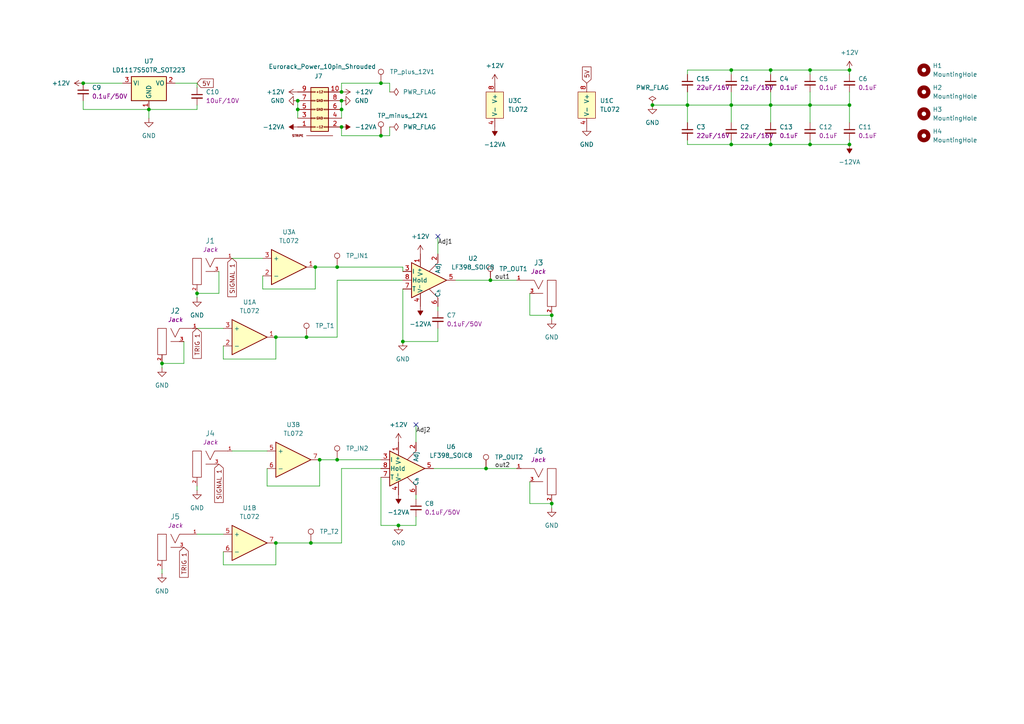
<source format=kicad_sch>
(kicad_sch (version 20231120) (generator "eeschema") (generator_version "8.0")
  (paper "A4")
  (lib_symbols
    (symbol "4ms_Capacitor:0.1uF_0805_50V" (pin_numbers hide) (pin_names (offset 0.254))
      (property "Reference" "C" (at 1.905 1.27 0))
      (property "Display" "0.1uF/50V" (at 1.905 -1.27 0))
      (symbol "0.1uF_0805_50V_1_1"
        (polyline (pts (xy -1.524 -0.508) (xy 1.524 -0.508)) (stroke (width 0.3302)))
        (polyline (pts (xy -1.524 0.508) (xy 1.524 0.508)) (stroke (width 0.3048)))
        (pin passive line (at 0 2.54 270) (length 2.032) (name "~") (number "1"))
        (pin passive line (at 0 -2.54 90) (length 2.032) (name "~") (number "2"))
      )
    )
    (symbol "4ms_Capacitor:100nF_0603_16V" (pin_numbers hide) (pin_names (offset 0.254) hide)
      (property "Reference" "C" (at 1.905 1.27 0))
      (property "Display" "0.1uF" (at 1.905 -1.27 0))
      (symbol "100nF_0603_16V_0_1"
        (polyline (pts (xy -1.524 -0.508) (xy 1.524 -0.508)) (stroke (width 0.3302)))
        (polyline (pts (xy -1.524 0.508) (xy 1.524 0.508)) (stroke (width 0.3048)))
      )
      (symbol "100nF_0603_16V_1_1"
        (pin passive line (at 0 2.54 270) (length 2.032) (name "~") (number "1"))
        (pin passive line (at 0 -2.54 90) (length 2.032) (name "~") (number "2"))
      )
    )
    (symbol "4ms_Capacitor:10uF_0603_10V" (pin_numbers hide) (pin_names (offset 0.254) hide)
      (property "Reference" "C" (at 1.905 1.27 0))
      (property "Display" "10uF/10V" (at 1.905 -1.27 0))
      (symbol "10uF_0603_10V_0_1"
        (polyline (pts (xy -1.524 -0.508) (xy 1.524 -0.508)) (stroke (width 0.3302)))
        (polyline (pts (xy -1.524 0.508) (xy 1.524 0.508)) (stroke (width 0.3048)))
      )
      (symbol "10uF_0603_10V_1_1"
        (pin passive line (at 0 2.54 270) (length 2.032) (name "~") (number "1"))
        (pin passive line (at 0 -2.54 90) (length 2.032) (name "~") (number "2"))
      )
    )
    (symbol "4ms_Capacitor:22uF_0603_16V" (pin_numbers hide) (pin_names (offset 0.254) hide)
      (property "Reference" "C" (at 1.905 1.27 0))
      (property "Display" "22uF/16V" (at 1.905 -1.27 0))
      (symbol "22uF_0603_16V_0_1"
        (polyline (pts (xy -1.524 -0.508) (xy 1.524 -0.508)) (stroke (width 0.3302)))
        (polyline (pts (xy -1.524 0.508) (xy 1.524 0.508)) (stroke (width 0.3048)))
      )
      (symbol "22uF_0603_16V_1_1"
        (pin passive line (at 0 2.54 270) (length 2.032) (name "~") (number "1"))
        (pin passive line (at 0 -2.54 90) (length 2.032) (name "~") (number "2"))
      )
    )
    (symbol "4ms_Connector:Eurorack_Power_10pin_Shrouded" (pin_names (offset 0.0254) hide)
      (property "Reference" "J" (at 0 7.62 0))
      (property "Value" "Eurorack_Power_10pin_Shrouded" (at 0 10.16 0))
      (symbol "Eurorack_Power_10pin_Shrouded_0_0"
        (text "+12" (at 0 5.08 0) (effects (font (size 0.635 0.635))))
        (text "-12" (at 0 -5.08 0) (effects (font (size 0.635 0.635))))
        (text "GND" (at 0 -2.54 0) (effects (font (size 0.635 0.635))))
        (text "GND" (at 0 0 0) (effects (font (size 0.635 0.635))))
        (text "GND" (at 0 2.54 0) (effects (font (size 0.635 0.635))))
        (text "STRIPE" (at -6.35 -7.62 0) (effects (font (size 0.635 0.635))))
      )
      (symbol "Eurorack_Power_10pin_Shrouded_0_1"
        (rectangle (start -2.54 -6.35) (end 2.54 6.35) (stroke (width 0.254)) (fill (type background)))
        (rectangle (start -2.54 -4.953) (end -1.27 -5.207))
        (rectangle (start -2.54 -2.413) (end -1.27 -2.667))
        (rectangle (start -2.54 0.127) (end -1.27 -0.127))
        (rectangle (start -2.54 2.667) (end -1.27 2.413))
        (rectangle (start -2.54 5.207) (end -1.27 4.953))
        (polyline (pts (xy -3.81 -7.62) (xy 3.81 -7.62) (xy 1.27 -7.62)))
        (rectangle (start 1.27 -4.953) (end 2.54 -5.207))
        (rectangle (start 1.27 -2.413) (end 2.54 -2.667))
        (rectangle (start 1.27 0.127) (end 2.54 -0.127))
        (rectangle (start 1.27 2.667) (end 2.54 2.413))
        (rectangle (start 1.27 5.207) (end 2.54 4.953))
      )
      (symbol "Eurorack_Power_10pin_Shrouded_1_1"
        (pin passive line (at -6.35 -5.08 0) (length 3.81) (name "-12V") (number "1"))
        (pin passive line (at 6.35 5.08 180) (length 3.81) (name "+12V") (number "10"))
        (pin passive line (at 6.35 -5.08 180) (length 3.81) (name "-12V") (number "2"))
        (pin passive line (at -6.35 -2.54 0) (length 3.81) (name "GND") (number "3"))
        (pin passive line (at 6.35 -2.54 180) (length 3.81) (name "GND") (number "4"))
        (pin passive line (at -6.35 0 0) (length 3.81) (name "GND") (number "5"))
        (pin passive line (at 6.35 0 180) (length 3.81) (name "GND") (number "6"))
        (pin passive line (at -6.35 2.54 0) (length 3.81) (name "GND") (number "7"))
        (pin passive line (at 6.35 2.54 180) (length 3.81) (name "GND") (number "8"))
        (pin passive line (at -6.35 5.08 0) (length 3.81) (name "+12V") (number "9"))
      )
    )
    (symbol "4ms_IC:TL072"
      (property "Reference" "U" (at 2.54 5.08 0))
      (property "Value" "TL072" (at 2.54 -3.81 0))
      (symbol "TL072_1_1"
        (polyline (pts (xy -5.08 5.08) (xy 5.08 0) (xy -5.08 -5.08) (xy -5.08 5.08)) (stroke (width 0.254)) (fill (type background)))
        (pin output line (at 7.62 0 180) (length 2.54) (name "~") (number "1"))
        (pin input line (at -7.62 -2.54 0) (length 2.54) (name "-") (number "2"))
        (pin input line (at -7.62 2.54 0) (length 2.54) (name "+") (number "3"))
      )
      (symbol "TL072_2_1"
        (polyline (pts (xy -5.08 5.08) (xy 5.08 0) (xy -5.08 -5.08) (xy -5.08 5.08)) (stroke (width 0.254)) (fill (type background)))
        (pin input line (at -7.62 2.54 0) (length 2.54) (name "+") (number "5"))
        (pin input line (at -7.62 -2.54 0) (length 2.54) (name "-") (number "6"))
        (pin output line (at 7.62 0 180) (length 2.54) (name "~") (number "7"))
      )
      (symbol "TL072_3_1"
        (rectangle (start -2.54 3.81) (end 2.54 -3.81) (fill (type background)))
        (pin power_in line (at 0 -6.35 90) (length 2.54) (name "V-") (number "4"))
        (pin power_in line (at 0 6.35 270) (length 2.54) (name "V+") (number "8"))
      )
    )
    (symbol "4ms_Jack:3.5mm_Mono_Switched_sm" (pin_names (offset 0) hide)
      (property "Reference" "J" (at -5.334 9.144 0))
      (property "Display" "Jack" (at -4.064 6.858 0))
      (symbol "3.5mm_Mono_Switched_sm_0_0"
        (rectangle (start -6.35 5.08) (end -3.81 -2.54))
        (polyline (pts (xy -2.54 1.27) (xy 0 1.27)))
        (polyline (pts (xy -2.54 5.08) (xy -1.27 2.54) (xy 0 5.08) (xy 3.81 5.08)))
      )
      (symbol "3.5mm_Mono_Switched_sm_1_1"
        (pin passive line (at 5.08 5.08 180) (length 1.27) (name "SIG") (number "1"))
        (pin passive line (at -5.08 -5.08 90) (length 2.54) (name "SHEILD") (number "2"))
        (pin passive line (at 1.27 1.27 180) (length 1.27) (name "SW") (number "3"))
      )
    )
    (symbol "4ms_Power-symbol:+12V" (power) (pin_names (offset 0))
      (property "Value" "+12V" (at 0 3.556 0))
      (symbol "+12V_0_1"
        (polyline (pts (xy -0.762 1.27) (xy 0 2.54)))
        (polyline (pts (xy 0 0) (xy 0 2.54)))
        (polyline (pts (xy 0 2.54) (xy 0.762 1.27)))
      )
      (symbol "+12V_1_1"
        (pin power_in line (at 0 0 90) (length 0) hide (name "+12V") (number "1"))
      )
    )
    (symbol "4ms_Power-symbol:-12VA" (power) (pin_names (offset 0))
      (property "Value" "-12VA" (at 0 3.556 0))
      (symbol "-12VA_0_0"
        (pin power_in line (at 0 0 90) (length 0) hide (name "-12VA") (number "1"))
      )
      (symbol "-12VA_0_1"
        (polyline (pts (xy 0 0) (xy 0 1.27) (xy 0.762 1.27) (xy 0 2.54) (xy -0.762 1.27) (xy 0 1.27)) (fill (type outline)))
      )
    )
    (symbol "Analog:LF398_SOIC8" (pin_names (offset 0.127))
      (property "Reference" "U" (at 5.08 3.81 0))
      (property "Value" "LF398_SOIC8" (at 5.08 -2.54 0))
      (symbol "LF398_SOIC8_0_1"
        (polyline (pts (xy 0 -2.54) (xy 2.54 -5.08)))
        (polyline (pts (xy 2.54 5.08) (xy 0 2.54)))
        (polyline (pts (xy -5.08 5.08) (xy 5.08 0) (xy -5.08 -5.08) (xy -5.08 5.08)) (stroke (width 0.254)) (fill (type background)))
      )
      (symbol "LF398_SOIC8_1_1"
        (pin passive line (at -2.54 7.62 270) (length 3.81) (name "V^{+}") (number "1"))
        (pin passive line (at 2.54 7.62 270) (length 2.54) (name "Adj") (number "2"))
        (pin input line (at -7.62 2.54 0) (length 2.54) (name "I") (number "3"))
        (pin passive line (at -2.54 -7.62 90) (length 3.81) (name "V^{-}") (number "4"))
        (pin output line (at 7.62 0 180) (length 2.54) (name "~") (number "5"))
        (pin passive line (at 2.54 -7.62 90) (length 2.54) (name "C_{h}") (number "6"))
        (pin passive line (at -7.62 -2.54 0) (length 2.54) (name "T") (number "7"))
        (pin input line (at -7.62 0 0) (length 2.54) (name "Hold") (number "8"))
      )
    )
    (symbol "Connector:TestPoint" (pin_numbers hide) (pin_names (offset 0.762) hide)
      (property "Reference" "TP" (at 0 6.858 0))
      (property "Value" "TestPoint" (at 0 5.08 0))
      (symbol "TestPoint_0_1"
        (circle (center 0 3.302) (radius 0.762))
      )
      (symbol "TestPoint_1_1"
        (pin passive line (at 0 0 90) (length 2.54) (name "1") (number "1"))
      )
    )
    (symbol "Mechanical:MountingHole" (pin_names (offset 1.016)) (exclude_from_sim yes) (in_bom no)
      (property "Reference" "H" (at 0 5.08 0))
      (property "Value" "MountingHole" (at 0 3.175 0))
      (symbol "MountingHole_0_1"
        (circle (center 0 0) (radius 1.27) (stroke (width 1.27)))
      )
    )
    (symbol "Regulator_Linear:LD1117S50TR_SOT223"
      (property "Reference" "U" (at -3.81 3.175 0))
      (property "Value" "LD1117S50TR_SOT223" (at 0 3.175 0))
      (symbol "LD1117S50TR_SOT223_0_1"
        (rectangle (start -5.08 -5.08) (end 5.08 1.905) (stroke (width 0.254)) (fill (type background)))
      )
      (symbol "LD1117S50TR_SOT223_1_1"
        (pin power_in line (at 0 -7.62 90) (length 2.54) (name "GND") (number "1"))
        (pin power_out line (at 7.62 0 180) (length 2.54) (name "VO") (number "2"))
        (pin power_in line (at -7.62 0 0) (length 2.54) (name "VI") (number "3"))
      )
    )
    (symbol "power:+12V" (power) (pin_numbers hide) (pin_names (offset 0) hide)
      (property "Value" "+12V" (at 0 3.556 0))
      (symbol "+12V_0_1"
        (polyline (pts (xy -0.762 1.27) (xy 0 2.54)))
        (polyline (pts (xy 0 0) (xy 0 2.54)))
        (polyline (pts (xy 0 2.54) (xy 0.762 1.27)))
      )
      (symbol "+12V_1_1"
        (pin power_in line (at 0 0 90) (length 0) (name "~") (number "1"))
      )
    )
    (symbol "power:GND" (power) (pin_numbers hide) (pin_names (offset 0) hide)
      (property "Value" "GND" (at 0 -3.81 0))
      (symbol "GND_0_1"
        (polyline (pts (xy 0 0) (xy 0 -1.27) (xy 1.27 -1.27) (xy 0 -2.54) (xy -1.27 -1.27) (xy 0 -1.27)))
      )
      (symbol "GND_1_1"
        (pin power_in line (at 0 0 270) (length 0) (name "~") (number "1"))
      )
    )
    (symbol "power:PWR_FLAG" (power) (pin_numbers hide) (pin_names (offset 0) hide)
      (property "Value" "PWR_FLAG" (at 0 3.81 0))
      (symbol "PWR_FLAG_0_0"
        (pin power_out line (at 0 0 90) (length 0) (name "~") (number "1"))
      )
      (symbol "PWR_FLAG_0_1"
        (polyline (pts (xy 0 0) (xy 0 1.27) (xy -1.016 1.905) (xy 0 2.54) (xy 1.016 1.905) (xy 0 1.27)))
      )
    )
  )
  (junction (at 110.49 39.37))
  (junction (at 86.36 29.21))
  (junction (at 91.44 77.47))
  (junction (at 92.71 133.35))
  (junction (at 142.24 81.28))
  (junction (at 99.06 29.21))
  (junction (at 80.01 157.48))
  (junction (at 86.36 31.75))
  (junction (at 116.84 99.06))
  (junction (at 110.49 24.13))
  (junction (at 90.17 157.48))
  (junction (at 80.01 97.79))
  (junction (at 97.79 77.47))
  (junction (at 160.02 91.44))
  (junction (at 46.99 105.41))
  (junction (at 88.9 97.79))
  (junction (at 99.06 26.67))
  (junction (at 99.06 36.83))
  (junction (at 223.52 20.32))
  (junction (at 115.57 152.4))
  (junction (at 246.38 30.48))
  (junction (at 160.02 146.05))
  (junction (at 57.15 85.09))
  (junction (at 99.06 31.75))
  (junction (at 212.09 30.48))
  (junction (at 24.13 24.13))
  (junction (at 140.97 135.89))
  (junction (at 212.09 41.91))
  (junction (at 234.95 41.91))
  (junction (at 212.09 20.32))
  (junction (at 234.95 30.48))
  (junction (at 223.52 30.48))
  (junction (at 246.38 20.32))
  (junction (at 234.95 20.32))
  (junction (at 43.18 31.75))
  (junction (at 189.23 30.48))
  (junction (at 246.38 41.91))
  (junction (at 97.79 133.35))
  (junction (at 223.52 41.91))
  (junction (at 199.39 30.48))
  (no_connect (at 120.65 123.19))
  (no_connect (at 127 68.58))
  (wire (pts (xy 127 95.25) (xy 127 99.06)))
  (wire (pts (xy 86.36 31.75) (xy 86.36 34.29)))
  (wire (pts (xy 223.52 20.32) (xy 234.95 20.32)))
  (wire (pts (xy 246.38 40.64) (xy 246.38 41.91)))
  (wire (pts (xy 99.06 24.13) (xy 110.49 24.13)))
  (wire (pts (xy 212.09 20.32) (xy 223.52 20.32)))
  (wire (pts (xy 212.09 30.48) (xy 223.52 30.48)))
  (wire (pts (xy 43.18 31.75) (xy 43.18 34.29)))
  (wire (pts (xy 50.8 24.13) (xy 57.15 24.13)))
  (wire (pts (xy 77.47 140.97) (xy 92.71 140.97)))
  (wire (pts (xy 212.09 41.91) (xy 223.52 41.91)))
  (wire (pts (xy 199.39 20.32) (xy 199.39 21.59)))
  (wire (pts (xy 223.52 26.67) (xy 223.52 30.48)))
  (wire (pts (xy 199.39 30.48) (xy 199.39 35.56)))
  (wire (pts (xy 64.77 163.83) (xy 80.01 163.83)))
  (wire (pts (xy 153.67 91.44) (xy 153.67 85.09)))
  (wire (pts (xy 46.99 105.41) (xy 53.34 105.41)))
  (wire (pts (xy 127 88.9) (xy 127 90.17)))
  (wire (pts (xy 153.67 146.05) (xy 153.67 139.7)))
  (wire (pts (xy 57.15 142.24) (xy 57.15 140.97)))
  (wire (pts (xy 77.47 135.89) (xy 77.47 140.97)))
  (wire (pts (xy 223.52 40.64) (xy 223.52 41.91)))
  (wire (pts (xy 97.79 81.28) (xy 116.84 81.28)))
  (wire (pts (xy 80.01 157.48) (xy 90.17 157.48)))
  (wire (pts (xy 110.49 152.4) (xy 115.57 152.4)))
  (wire (pts (xy 92.71 133.35) (xy 97.79 133.35)))
  (wire (pts (xy 110.49 138.43) (xy 110.49 152.4)))
  (wire (pts (xy 57.15 86.36) (xy 57.15 85.09)))
  (wire (pts (xy 97.79 97.79) (xy 97.79 81.28)))
  (wire (pts (xy 223.52 30.48) (xy 234.95 30.48)))
  (wire (pts (xy 115.57 152.4) (xy 120.65 152.4)))
  (wire (pts (xy 246.38 26.67) (xy 246.38 30.48)))
  (wire (pts (xy 57.15 24.13) (xy 57.15 25.4)))
  (wire (pts (xy 91.44 77.47) (xy 97.79 77.47)))
  (wire (pts (xy 63.5 85.09) (xy 63.5 78.74)))
  (wire (pts (xy 57.15 95.25) (xy 64.77 95.25)))
  (wire (pts (xy 160.02 92.71) (xy 160.02 91.44)))
  (wire (pts (xy 113.03 26.67) (xy 113.03 24.13)))
  (wire (pts (xy 90.17 157.48) (xy 99.06 157.48)))
  (wire (pts (xy 99.06 135.89) (xy 110.49 135.89)))
  (wire (pts (xy 223.52 41.91) (xy 234.95 41.91)))
  (wire (pts (xy 24.13 29.21) (xy 24.13 31.75)))
  (wire (pts (xy 92.71 140.97) (xy 92.71 133.35)))
  (wire (pts (xy 234.95 30.48) (xy 234.95 35.56)))
  (wire (pts (xy 88.9 97.79) (xy 97.79 97.79)))
  (wire (pts (xy 234.95 30.48) (xy 246.38 30.48)))
  (wire (pts (xy 234.95 20.32) (xy 246.38 20.32)))
  (wire (pts (xy 57.15 31.75) (xy 57.15 30.48)))
  (wire (pts (xy 113.03 24.13) (xy 110.49 24.13)))
  (wire (pts (xy 99.06 36.83) (xy 99.06 39.37)))
  (wire (pts (xy 223.52 20.32) (xy 223.52 21.59)))
  (wire (pts (xy 234.95 26.67) (xy 234.95 30.48)))
  (wire (pts (xy 212.09 30.48) (xy 212.09 35.56)))
  (wire (pts (xy 199.39 40.64) (xy 199.39 41.91)))
  (wire (pts (xy 46.99 166.37) (xy 46.99 165.1)))
  (wire (pts (xy 97.79 133.35) (xy 110.49 133.35)))
  (wire (pts (xy 57.15 154.94) (xy 64.77 154.94)))
  (wire (pts (xy 64.77 104.14) (xy 80.01 104.14)))
  (wire (pts (xy 160.02 91.44) (xy 153.67 91.44)))
  (wire (pts (xy 199.39 30.48) (xy 212.09 30.48)))
  (wire (pts (xy 64.77 100.33) (xy 64.77 104.14)))
  (wire (pts (xy 160.02 147.32) (xy 160.02 146.05)))
  (wire (pts (xy 53.34 105.41) (xy 53.34 99.06)))
  (wire (pts (xy 99.06 24.13) (xy 99.06 26.67)))
  (wire (pts (xy 132.08 81.28) (xy 142.24 81.28)))
  (wire (pts (xy 97.79 77.47) (xy 116.84 77.47)))
  (wire (pts (xy 80.01 163.83) (xy 80.01 157.48)))
  (wire (pts (xy 99.06 31.75) (xy 99.06 34.29)))
  (wire (pts (xy 110.49 39.37) (xy 113.03 39.37)))
  (wire (pts (xy 212.09 26.67) (xy 212.09 30.48)))
  (wire (pts (xy 76.2 80.01) (xy 76.2 83.82)))
  (wire (pts (xy 125.73 135.89) (xy 140.97 135.89)))
  (wire (pts (xy 120.65 123.19) (xy 120.65 128.27)))
  (wire (pts (xy 120.65 144.78) (xy 120.65 143.51)))
  (wire (pts (xy 127 68.58) (xy 127 73.66)))
  (wire (pts (xy 140.97 135.89) (xy 149.86 135.89)))
  (wire (pts (xy 246.38 20.32) (xy 246.38 21.59)))
  (wire (pts (xy 234.95 20.32) (xy 234.95 21.59)))
  (wire (pts (xy 199.39 41.91) (xy 212.09 41.91)))
  (wire (pts (xy 234.95 41.91) (xy 246.38 41.91)))
  (wire (pts (xy 80.01 97.79) (xy 88.9 97.79)))
  (wire (pts (xy 160.02 146.05) (xy 153.67 146.05)))
  (wire (pts (xy 99.06 39.37) (xy 110.49 39.37)))
  (wire (pts (xy 24.13 31.75) (xy 43.18 31.75)))
  (wire (pts (xy 86.36 29.21) (xy 86.36 31.75)))
  (wire (pts (xy 199.39 26.67) (xy 199.39 30.48)))
  (wire (pts (xy 199.39 20.32) (xy 212.09 20.32)))
  (wire (pts (xy 67.31 130.81) (xy 77.47 130.81)))
  (wire (pts (xy 223.52 30.48) (xy 223.52 35.56)))
  (wire (pts (xy 113.03 39.37) (xy 113.03 36.83)))
  (wire (pts (xy 116.84 77.47) (xy 116.84 78.74)))
  (wire (pts (xy 80.01 104.14) (xy 80.01 97.79)))
  (wire (pts (xy 43.18 31.75) (xy 57.15 31.75)))
  (wire (pts (xy 127 99.06) (xy 116.84 99.06)))
  (wire (pts (xy 91.44 77.47) (xy 91.44 83.82)))
  (wire (pts (xy 76.2 83.82) (xy 91.44 83.82)))
  (wire (pts (xy 99.06 135.89) (xy 99.06 157.48)))
  (wire (pts (xy 212.09 20.32) (xy 212.09 21.59)))
  (wire (pts (xy 57.15 85.09) (xy 63.5 85.09)))
  (wire (pts (xy 234.95 40.64) (xy 234.95 41.91)))
  (wire (pts (xy 46.99 106.68) (xy 46.99 105.41)))
  (wire (pts (xy 212.09 40.64) (xy 212.09 41.91)))
  (wire (pts (xy 64.77 160.02) (xy 64.77 163.83)))
  (wire (pts (xy 99.06 29.21) (xy 99.06 31.75)))
  (wire (pts (xy 116.84 83.82) (xy 116.84 99.06)))
  (wire (pts (xy 246.38 30.48) (xy 246.38 35.56)))
  (wire (pts (xy 67.31 74.93) (xy 76.2 74.93)))
  (wire (pts (xy 142.24 81.28) (xy 149.86 81.28)))
  (wire (pts (xy 24.13 24.13) (xy 35.56 24.13)))
  (wire (pts (xy 189.23 30.48) (xy 199.39 30.48)))
  (wire (pts (xy 120.65 152.4) (xy 120.65 149.86)))
  (label "out1" (at 143.51 81.28 0))
  (label "out2" (at 143.51 135.89 0))
  (label "Adj1" (at 127 71.12 0))
  (label "Adj2" (at 120.65 125.73 0))
  (global_label "5V" (shape input) (at 170.18 24.13 90) (property "Intersheetrefs" "${INTERSHEET_REFS}" (effects (hide yes))))
  (global_label "SIGNAL 1" (shape input) (at 67.31 74.93 270) (property "Intersheetrefs" "${INTERSHEET_REFS}" (effects (hide yes))))
  (global_label "TRIG 1" (shape input) (at 57.15 95.25 270) (property "Intersheetrefs" "${INTERSHEET_REFS}" (effects (hide yes))))
  (global_label "5V" (shape input) (at 57.15 24.13 0) (property "Intersheetrefs" "${INTERSHEET_REFS}" (effects (hide yes))))
  (global_label "SIGNAL 1" (shape input) (at 63.5 134.62 270) (property "Intersheetrefs" "${INTERSHEET_REFS}" (effects (hide yes))))
  (global_label "TRIG 1" (shape input) (at 53.34 158.75 270) (property "Intersheetrefs" "${INTERSHEET_REFS}" (effects (hide yes))))
  (symbol (lib_id "power:GND") (at 57.15 142.24 0) (unit 1)
    (property "Reference" "#PWR044" (effects (hide yes)))
    (property "Value" "GND" (at 57.15 147.32 0))
    (property "Description" "Power symbol creates a global label with name \"GND\" , ground" (effects (hide yes)))
  )
  (symbol (lib_id "power:GND") (at 116.84 99.06 0) (unit 1)
    (property "Reference" "#PWR045" (effects (hide yes)))
    (property "Value" "GND" (at 116.84 104.14 0))
    (property "Description" "Power symbol creates a global label with name \"GND\" , ground" (effects (hide yes)))
  )
  (symbol (lib_id "4ms_Power-symbol:-12VA") (at 246.38 41.91 180) (unit 1)
    (property "Reference" "#PWR03" (effects (hide yes)))
    (property "Value" "-12VA" (at 246.38 46.99 0))
  )
  (symbol (lib_id "4ms_IC:TL072") (at 72.39 97.79 0) (unit 1)
    (property "Reference" "U1" (at 72.39 87.63 0))
    (property "Value" "TL072" (at 72.39 90.17 0))
    (property "Footprint" "4ms_Package_SSOP:TSSOP-8_4.4x3mm_Pitch0.65mm" (effects (hide yes)))
    (property "Description" "TL072 Dual Opamp TSSOP-8" (effects (hide yes)))
    (property "Specifications" "TL072 Dual Opamp" (effects (hide yes)))
    (property "JLCPCB ID" "C90748" (effects (hide yes)))
    (property "Production Stage" "A" (effects (hide yes)))
  )
  (symbol (lib_id "4ms_Capacitor:22uF_0603_16V") (at 199.39 24.13 0) (unit 1)
    (property "Reference" "C15" (at 201.93 22.8662 0) (effects (justify left)))
    (property "Value" "22uF_0603_16V" (effects (hide yes)))
    (property "Footprint" "4ms_Capacitor:C_0805" (effects (hide yes)))
    (property "Description" "22uF, 16V,10%,X5R or X7R,0603" (effects (hide yes)))
    (property "Specifications" "22uF, 16V,10%,X5R or X7R,0603" (effects (hide yes)))
    (property "Manufacturer" "Murata" (effects (hide yes)))
    (property "Part Number" "GRM219R61C226ME15K" (effects (hide yes)))
    (property "Display" "22uF/16V" (at 201.93 25.4062 0) (effects (justify left)))
    (property "Production Stage" "A" (effects (hide yes)))
  )
  (symbol (lib_id "Mechanical:MountingHole") (at 267.97 20.32 0) (unit 1) (exclude_from_sim yes) (in_bom no)
    (property "Reference" "H1" (at 270.51 19.0499 0) (effects (justify left)))
    (property "Value" "MountingHole" (at 270.51 21.5899 0) (effects (justify left)))
    (property "Footprint" "4ms_Faceplate:Faceplate_Rail_Mount_Slot_Plated" (effects (hide yes)))
    (property "Description" "Mounting Hole without connection" (effects (hide yes)))
  )
  (symbol (lib_id "4ms_Power-symbol:+12V") (at 99.06 26.67 270) (unit 1)
    (property "Reference" "#PWR031" (effects (hide yes)))
    (property "Value" "+12V" (at 102.87 26.6699 90) (effects (justify left)))
  )
  (symbol (lib_id "4ms_IC:TL072") (at 170.18 30.48 0) (unit 3)
    (property "Reference" "U1" (at 173.99 29.2099 0) (effects (justify left)))
    (property "Value" "TL072" (at 173.99 31.7499 0) (effects (justify left)))
    (property "Footprint" "4ms_Package_SSOP:TSSOP-8_4.4x3mm_Pitch0.65mm" (effects (hide yes)))
    (property "Description" "TL072 Dual Opamp TSSOP-8" (effects (hide yes)))
    (property "Specifications" "TL072 Dual Opamp" (effects (hide yes)))
    (property "JLCPCB ID" "C90748" (effects (hide yes)))
    (property "Production Stage" "A" (effects (hide yes)))
  )
  (symbol (lib_id "4ms_Capacitor:100nF_0603_16V") (at 234.95 38.1 0) (unit 1)
    (property "Reference" "C12" (at 237.49 36.8362 0) (effects (justify left)))
    (property "Value" "100nF_0603_16V" (effects (hide yes)))
    (property "Footprint" "4ms_Capacitor:C_0603" (effects (hide yes)))
    (property "Description" "0.1uF, Min. 16V 10%, X7R or X5R or similar" (effects (hide yes)))
    (property "Specifications" "0.1uF, Min. 16V 10%, X7R or X5R or similar" (effects (hide yes)))
    (property "Manufacturer" "AVX Corporation" (effects (hide yes)))
    (property "Part Number" "0603YC104KAT2A" (effects (hide yes)))
    (property "Display" "0.1uF" (at 237.49 39.3762 0) (effects (justify left)))
    (property "JLCPCB ID" "C14663" (effects (hide yes)))
    (property "Production Stage" "A" (effects (hide yes)))
  )
  (symbol (lib_id "4ms_Jack:3.5mm_Mono_Switched_sm") (at 154.94 86.36 0) (mirror y) (unit 1)
    (property "Reference" "J3" (at 156.21 76.2 0) (effects (font (size 1.524 1.524))))
    (property "Value" "3.5mm_Mono_Switched_sm" (effects (hide yes)))
    (property "Footprint" "4ms_Jack:EighthInch_PJ398SM" (effects (hide yes)))
    (property "Description" "Audio 3.5mm Jack, mono, switched, PC-pin Vertical" (effects (hide yes)))
    (property "Specifications" "Audio 3.5mm Jack, mono, switched, PC-pin Vertical" (effects (hide yes)))
    (property "Manufacturer" "Wenzhou QingPu Electronics Co" (effects (hide yes)))
    (property "Part Number" "WQP-WQP518MA" (effects (hide yes)))
    (property "Production Stage" "C" (effects (hide yes)))
    (property "Display" "Jack" (at 156.21 78.74 0) (effects (font (italic yes))))
  )
  (symbol (lib_id "power:GND") (at 46.99 106.68 0) (unit 1)
    (property "Reference" "#PWR046" (effects (hide yes)))
    (property "Value" "GND" (at 46.99 111.76 0))
    (property "Description" "Power symbol creates a global label with name \"GND\" , ground" (effects (hide yes)))
  )
  (symbol (lib_id "power:GND") (at 189.23 30.48 0) (unit 1)
    (property "Reference" "#PWR01" (effects (hide yes)))
    (property "Value" "GND" (at 189.23 35.56 0))
    (property "Description" "Power symbol creates a global label with name \"GND\" , ground" (effects (hide yes)))
  )
  (symbol (lib_id "power:+12V") (at 246.38 20.32 0) (unit 1)
    (property "Reference" "#PWR02" (effects (hide yes)))
    (property "Value" "+12V" (at 246.38 15.24 0))
    (property "Description" "Power symbol creates a global label with name \"+12V\"" (effects (hide yes)))
  )
  (symbol (lib_id "4ms_Jack:3.5mm_Mono_Switched_sm") (at 52.07 100.33 0) (unit 1)
    (property "Reference" "J2" (at 50.8 90.17 0) (effects (font (size 1.524 1.524))))
    (property "Value" "3.5mm_Mono_Switched_sm" (effects (hide yes)))
    (property "Footprint" "4ms_Jack:EighthInch_PJ398SM" (effects (hide yes)))
    (property "Description" "Audio 3.5mm Jack, mono, switched, PC-pin Vertical" (effects (hide yes)))
    (property "Specifications" "Audio 3.5mm Jack, mono, switched, PC-pin Vertical" (effects (hide yes)))
    (property "Manufacturer" "Wenzhou QingPu Electronics Co" (effects (hide yes)))
    (property "Part Number" "WQP-WQP518MA" (effects (hide yes)))
    (property "Production Stage" "C" (effects (hide yes)))
    (property "Display" "Jack" (at 50.8 92.71 0) (effects (font (italic yes))))
  )
  (symbol (lib_id "4ms_Power-symbol:-12VA") (at 99.06 36.83 270) (unit 1)
    (property "Reference" "#PWR036" (effects (hide yes)))
    (property "Value" "-12VA" (at 102.87 36.8299 90) (effects (justify left)))
  )
  (symbol (lib_id "power:GND") (at 160.02 92.71 0) (mirror y) (unit 1)
    (property "Reference" "#PWR042" (effects (hide yes)))
    (property "Value" "GND" (at 160.02 97.79 0))
    (property "Description" "Power symbol creates a global label with name \"GND\" , ground" (effects (hide yes)))
  )
  (symbol (lib_id "power:GND") (at 99.06 29.21 90) (unit 1)
    (property "Reference" "#PWR032" (effects (hide yes)))
    (property "Value" "GND" (at 102.87 29.2099 90) (effects (justify right)))
    (property "Description" "Power symbol creates a global label with name \"GND\" , ground" (effects (hide yes)))
  )
  (symbol (lib_id "Connector:TestPoint") (at 110.49 24.13 0) (unit 1)
    (property "Reference" "TP_plus_12V1" (at 113.03 20.8279 0) (effects (justify left)))
    (property "Value" "TestPoint" (effects (hide yes)))
    (property "Footprint" "TestPoint:TestPoint_Keystone_5005-5009_Compact" (effects (hide yes)))
    (property "Description" "test point" (effects (hide yes)))
  )
  (symbol (lib_id "4ms_Capacitor:22uF_0603_16V") (at 212.09 24.13 0) (unit 1)
    (property "Reference" "C1" (at 214.63 22.8662 0) (effects (justify left)))
    (property "Value" "22uF_0603_16V" (effects (hide yes)))
    (property "Footprint" "4ms_Capacitor:C_0805" (effects (hide yes)))
    (property "Description" "22uF, 16V,10%,X5R or X7R,0603" (effects (hide yes)))
    (property "Specifications" "22uF, 16V,10%,X5R or X7R,0603" (effects (hide yes)))
    (property "Manufacturer" "Murata" (effects (hide yes)))
    (property "Part Number" "GRM219R61C226ME15K" (effects (hide yes)))
    (property "Display" "22uF/16V" (at 214.63 25.4062 0) (effects (justify left)))
    (property "Production Stage" "A" (effects (hide yes)))
  )
  (symbol (lib_id "Connector:TestPoint") (at 97.79 133.35 0) (unit 1)
    (property "Reference" "TP_IN2" (at 100.33 130.0479 0) (effects (justify left)))
    (property "Value" "TestPoint" (effects (hide yes)))
    (property "Footprint" "TestPoint:TestPoint_Keystone_5005-5009_Compact" (effects (hide yes)))
    (property "Description" "test point" (effects (hide yes)))
  )
  (symbol (lib_id "4ms_Jack:3.5mm_Mono_Switched_sm") (at 62.23 80.01 0) (unit 1)
    (property "Reference" "J1" (at 60.96 69.85 0) (effects (font (size 1.524 1.524))))
    (property "Value" "3.5mm_Mono_Switched_sm" (effects (hide yes)))
    (property "Footprint" "4ms_Jack:EighthInch_PJ398SM" (effects (hide yes)))
    (property "Description" "Audio 3.5mm Jack, mono, switched, PC-pin Vertical" (effects (hide yes)))
    (property "Specifications" "Audio 3.5mm Jack, mono, switched, PC-pin Vertical" (effects (hide yes)))
    (property "Manufacturer" "Wenzhou QingPu Electronics Co" (effects (hide yes)))
    (property "Part Number" "WQP-WQP518MA" (effects (hide yes)))
    (property "Production Stage" "C" (effects (hide yes)))
    (property "Display" "Jack" (at 60.96 72.39 0) (effects (font (italic yes))))
  )
  (symbol (lib_id "Mechanical:MountingHole") (at 267.97 26.67 0) (unit 1) (exclude_from_sim yes) (in_bom no)
    (property "Reference" "H2" (at 270.51 25.3999 0) (effects (justify left)))
    (property "Value" "MountingHole" (at 270.51 27.9399 0) (effects (justify left)))
    (property "Footprint" "4ms_Faceplate:Faceplate_Rail_Mount_Slot_Plated" (effects (hide yes)))
    (property "Description" "Mounting Hole without connection" (effects (hide yes)))
  )
  (symbol (lib_id "4ms_Jack:3.5mm_Mono_Switched_sm") (at 154.94 140.97 0) (mirror y) (unit 1)
    (property "Reference" "J6" (at 156.21 130.81 0) (effects (font (size 1.524 1.524))))
    (property "Value" "3.5mm_Mono_Switched_sm" (effects (hide yes)))
    (property "Footprint" "4ms_Jack:EighthInch_PJ398SM" (effects (hide yes)))
    (property "Description" "Audio 3.5mm Jack, mono, switched, PC-pin Vertical" (effects (hide yes)))
    (property "Specifications" "Audio 3.5mm Jack, mono, switched, PC-pin Vertical" (effects (hide yes)))
    (property "Manufacturer" "Wenzhou QingPu Electronics Co" (effects (hide yes)))
    (property "Part Number" "WQP-WQP518MA" (effects (hide yes)))
    (property "Production Stage" "C" (effects (hide yes)))
    (property "Display" "Jack" (at 156.21 133.35 0) (effects (font (italic yes))))
  )
  (symbol (lib_id "power:PWR_FLAG") (at 113.03 36.83 270) (unit 1)
    (property "Reference" "#FLG04" (effects (hide yes)))
    (property "Value" "PWR_FLAG" (at 116.84 36.8299 90) (effects (justify left)))
    (property "Description" "Special symbol for telling ERC where power comes from" (effects (hide yes)))
  )
  (symbol (lib_id "4ms_Power-symbol:+12V") (at 24.13 24.13 90) (unit 1)
    (property "Reference" "#PWR052" (effects (hide yes)))
    (property "Value" "+12V" (at 20.32 24.1299 90) (effects (justify left)))
  )
  (symbol (lib_id "Analog:LF398_SOIC8") (at 124.46 81.28 0) (unit 1)
    (property "Reference" "U2" (at 137.16 74.9614 0))
    (property "Value" "LF398_SOIC8" (at 137.16 77.5014 0))
    (property "Footprint" "Package_SO:SOIC-8_3.9x4.9mm_P1.27mm" (effects (hide yes)))
    (property "Datasheet" "https://www.analog.com/media/en/technical-documentation/data-sheets/lt0398s8.pdf" (effects (hide yes)))
    (property "Description" "Sample And Hold Unity Gain Follower, SOIC-8" (effects (hide yes)))
  )
  (symbol (lib_id "4ms_Capacitor:22uF_0603_16V") (at 199.39 38.1 0) (unit 1)
    (property "Reference" "C3" (at 201.93 36.8362 0) (effects (justify left)))
    (property "Value" "22uF_0603_16V" (effects (hide yes)))
    (property "Footprint" "4ms_Capacitor:C_0805" (effects (hide yes)))
    (property "Description" "22uF, 16V,10%,X5R or X7R,0603" (effects (hide yes)))
    (property "Specifications" "22uF, 16V,10%,X5R or X7R,0603" (effects (hide yes)))
    (property "Manufacturer" "Murata" (effects (hide yes)))
    (property "Part Number" "GRM219R61C226ME15K" (effects (hide yes)))
    (property "Display" "22uF/16V" (at 201.93 39.3762 0) (effects (justify left)))
    (property "Production Stage" "A" (effects (hide yes)))
  )
  (symbol (lib_id "Connector:TestPoint") (at 88.9 97.79 0) (unit 1)
    (property "Reference" "TP_T1" (at 91.44 94.4879 0) (effects (justify left)))
    (property "Value" "TestPoint" (effects (hide yes)))
    (property "Footprint" "TestPoint:TestPoint_Keystone_5005-5009_Compact" (effects (hide yes)))
    (property "Description" "test point" (effects (hide yes)))
  )
  (symbol (lib_id "4ms_Capacitor:100nF_0603_16V") (at 246.38 38.1 0) (unit 1)
    (property "Reference" "C11" (at 248.92 36.8362 0) (effects (justify left)))
    (property "Value" "100nF_0603_16V" (effects (hide yes)))
    (property "Footprint" "4ms_Capacitor:C_0603" (effects (hide yes)))
    (property "Description" "0.1uF, Min. 16V 10%, X7R or X5R or similar" (effects (hide yes)))
    (property "Specifications" "0.1uF, Min. 16V 10%, X7R or X5R or similar" (effects (hide yes)))
    (property "Manufacturer" "AVX Corporation" (effects (hide yes)))
    (property "Part Number" "0603YC104KAT2A" (effects (hide yes)))
    (property "Display" "0.1uF" (at 248.92 39.3762 0) (effects (justify left)))
    (property "JLCPCB ID" "C14663" (effects (hide yes)))
    (property "Production Stage" "A" (effects (hide yes)))
  )
  (symbol (lib_id "4ms_Power-symbol:+12V") (at 86.36 26.67 90) (unit 1)
    (property "Reference" "#PWR025" (effects (hide yes)))
    (property "Value" "+12V" (at 82.55 26.6699 90) (effects (justify left)))
  )
  (symbol (lib_id "power:PWR_FLAG") (at 189.23 30.48 0) (unit 1)
    (property "Reference" "#FLG02" (effects (hide yes)))
    (property "Value" "PWR_FLAG" (at 189.23 25.4 0))
    (property "Description" "Special symbol for telling ERC where power comes from" (effects (hide yes)))
  )
  (symbol (lib_id "4ms_Power-symbol:-12VA") (at 143.51 36.83 180) (unit 1)
    (property "Reference" "#PWR049" (effects (hide yes)))
    (property "Value" "-12VA" (at 143.51 41.91 0))
  )
  (symbol (lib_id "4ms_IC:TL072") (at 143.51 30.48 0) (unit 3)
    (property "Reference" "U3" (at 147.32 29.2099 0) (effects (justify left)))
    (property "Value" "TL072" (at 147.32 31.7499 0) (effects (justify left)))
    (property "Footprint" "4ms_Package_SSOP:TSSOP-8_4.4x3mm_Pitch0.65mm" (effects (hide yes)))
    (property "Description" "TL072 Dual Opamp TSSOP-8" (effects (hide yes)))
    (property "Specifications" "TL072 Dual Opamp" (effects (hide yes)))
    (property "JLCPCB ID" "C90748" (effects (hide yes)))
    (property "Production Stage" "A" (effects (hide yes)))
  )
  (symbol (lib_id "4ms_Capacitor:10uF_0603_10V") (at 57.15 27.94 0) (unit 1)
    (property "Reference" "C10" (at 59.69 26.6762 0) (effects (justify left)))
    (property "Value" "10uF_0603_10V" (effects (hide yes)))
    (property "Footprint" "4ms_Capacitor:C_0603" (effects (hide yes)))
    (property "Description" "10uF, Min. 10V X5R 10%" (effects (hide yes)))
    (property "Specifications" "10uF, Min. 10V X5R 10%" (effects (hide yes)))
    (property "Manufacturer" "Murata" (effects (hide yes)))
    (property "Part Number" "GRM188R61A106KE69D" (effects (hide yes)))
    (property "Display" "10uF/10V" (at 59.69 29.2162 0) (effects (justify left)))
    (property "JLCPCB ID" "C19702" (effects (hide yes)))
    (property "Production Stage" "A" (effects (hide yes)))
  )
  (symbol (lib_id "power:GND") (at 46.99 166.37 0) (unit 1)
    (property "Reference" "#PWR048" (effects (hide yes)))
    (property "Value" "GND" (at 46.99 171.45 0))
    (property "Description" "Power symbol creates a global label with name \"GND\" , ground" (effects (hide yes)))
  )
  (symbol (lib_id "4ms_Capacitor:0.1uF_0805_50V") (at 127 92.71 0) (unit 1)
    (property "Reference" "C7" (at 129.54 91.4462 0) (effects (justify left)))
    (property "Value" "0.1uF_0805_50V" (effects (hide yes)))
    (property "Footprint" "4ms_Capacitor:C_0805" (effects (hide yes)))
    (property "Description" "0.1uF, 50V, 0805, MLCC, X5R or similar" (effects (hide yes)))
    (property "Specifications" "0.1uF, 50V, 0805, MLCC, X5R or similar" (effects (hide yes)))
    (property "Manufacturer" "Murata" (effects (hide yes)))
    (property "Part Number" "GCJ21BL81H104KA01L" (effects (hide yes)))
    (property "Display" "0.1uF/50V" (at 129.54 93.9862 0) (effects (justify left)))
    (property "Production Stage" "A" (effects (hide yes)))
  )
  (symbol (lib_id "4ms_Capacitor:100nF_0603_16V") (at 246.38 24.13 0) (unit 1)
    (property "Reference" "C6" (at 248.92 22.8662 0) (effects (justify left)))
    (property "Value" "100nF_0603_16V" (effects (hide yes)))
    (property "Footprint" "4ms_Capacitor:C_0603" (effects (hide yes)))
    (property "Description" "0.1uF, Min. 16V 10%, X7R or X5R or similar" (effects (hide yes)))
    (property "Specifications" "0.1uF, Min. 16V 10%, X7R or X5R or similar" (effects (hide yes)))
    (property "Manufacturer" "AVX Corporation" (effects (hide yes)))
    (property "Part Number" "0603YC104KAT2A" (effects (hide yes)))
    (property "Display" "0.1uF" (at 248.92 25.4062 0) (effects (justify left)))
    (property "JLCPCB ID" "C14663" (effects (hide yes)))
    (property "Production Stage" "A" (effects (hide yes)))
  )
  (symbol (lib_id "4ms_IC:TL072") (at 72.39 157.48 0) (unit 2)
    (property "Reference" "U1" (at 72.39 147.32 0))
    (property "Value" "TL072" (at 72.39 149.86 0))
    (property "Footprint" "4ms_Package_SSOP:TSSOP-8_4.4x3mm_Pitch0.65mm" (effects (hide yes)))
    (property "Description" "TL072 Dual Opamp TSSOP-8" (effects (hide yes)))
    (property "Specifications" "TL072 Dual Opamp" (effects (hide yes)))
    (property "JLCPCB ID" "C90748" (effects (hide yes)))
    (property "Production Stage" "A" (effects (hide yes)))
  )
  (symbol (lib_id "4ms_Capacitor:100nF_0603_16V") (at 234.95 24.13 0) (unit 1)
    (property "Reference" "C5" (at 237.49 22.8662 0) (effects (justify left)))
    (property "Value" "100nF_0603_16V" (effects (hide yes)))
    (property "Footprint" "4ms_Capacitor:C_0603" (effects (hide yes)))
    (property "Description" "0.1uF, Min. 16V 10%, X7R or X5R or similar" (effects (hide yes)))
    (property "Specifications" "0.1uF, Min. 16V 10%, X7R or X5R or similar" (effects (hide yes)))
    (property "Manufacturer" "AVX Corporation" (effects (hide yes)))
    (property "Part Number" "0603YC104KAT2A" (effects (hide yes)))
    (property "Display" "0.1uF" (at 237.49 25.4062 0) (effects (justify left)))
    (property "JLCPCB ID" "C14663" (effects (hide yes)))
    (property "Production Stage" "A" (effects (hide yes)))
  )
  (symbol (lib_id "4ms_IC:TL072") (at 85.09 133.35 0) (unit 2)
    (property "Reference" "U3" (at 85.09 123.19 0))
    (property "Value" "TL072" (at 85.09 125.73 0))
    (property "Footprint" "4ms_Package_SSOP:TSSOP-8_4.4x3mm_Pitch0.65mm" (effects (hide yes)))
    (property "Description" "TL072 Dual Opamp TSSOP-8" (effects (hide yes)))
    (property "Specifications" "TL072 Dual Opamp" (effects (hide yes)))
    (property "JLCPCB ID" "C90748" (effects (hide yes)))
    (property "Production Stage" "A" (effects (hide yes)))
  )
  (symbol (lib_id "Connector:TestPoint") (at 97.79 77.47 0) (unit 1)
    (property "Reference" "TP_IN1" (at 100.33 74.1679 0) (effects (justify left)))
    (property "Value" "TestPoint" (effects (hide yes)))
    (property "Footprint" "TestPoint:TestPoint_Keystone_5005-5009_Compact" (effects (hide yes)))
    (property "Description" "test point" (effects (hide yes)))
  )
  (symbol (lib_id "4ms_Capacitor:0.1uF_0805_50V") (at 24.13 26.67 0) (unit 1)
    (property "Reference" "C9" (at 26.67 25.4062 0) (effects (justify left)))
    (property "Value" "0.1uF_0805_50V" (effects (hide yes)))
    (property "Footprint" "4ms_Capacitor:C_0805" (effects (hide yes)))
    (property "Description" "0.1uF, 50V, 0805, MLCC, X5R or similar" (effects (hide yes)))
    (property "Specifications" "0.1uF, 50V, 0805, MLCC, X5R or similar" (effects (hide yes)))
    (property "Manufacturer" "Murata" (effects (hide yes)))
    (property "Part Number" "GCJ21BL81H104KA01L" (effects (hide yes)))
    (property "Display" "0.1uF/50V" (at 26.67 27.9462 0) (effects (justify left)))
    (property "Production Stage" "A" (effects (hide yes)))
  )
  (symbol (lib_id "4ms_Power-symbol:+12V") (at 115.57 128.27 0) (unit 1)
    (property "Reference" "#PWR037" (effects (hide yes)))
    (property "Value" "+12V" (at 115.57 123.19 0))
  )
  (symbol (lib_id "Mechanical:MountingHole") (at 267.97 39.37 0) (unit 1) (exclude_from_sim yes) (in_bom no)
    (property "Reference" "H4" (at 270.51 38.0999 0) (effects (justify left)))
    (property "Value" "MountingHole" (at 270.51 40.6399 0) (effects (justify left)))
    (property "Footprint" "4ms_Faceplate:Faceplate_Rail_Mount_Slot_Plated" (effects (hide yes)))
    (property "Description" "Mounting Hole without connection" (effects (hide yes)))
  )
  (symbol (lib_id "4ms_Capacitor:100nF_0603_16V") (at 223.52 38.1 0) (unit 1)
    (property "Reference" "C13" (at 226.06 36.8362 0) (effects (justify left)))
    (property "Value" "100nF_0603_16V" (effects (hide yes)))
    (property "Footprint" "4ms_Capacitor:C_0603" (effects (hide yes)))
    (property "Description" "0.1uF, Min. 16V 10%, X7R or X5R or similar" (effects (hide yes)))
    (property "Specifications" "0.1uF, Min. 16V 10%, X7R or X5R or similar" (effects (hide yes)))
    (property "Manufacturer" "AVX Corporation" (effects (hide yes)))
    (property "Part Number" "0603YC104KAT2A" (effects (hide yes)))
    (property "Display" "0.1uF" (at 226.06 39.3762 0) (effects (justify left)))
    (property "JLCPCB ID" "C14663" (effects (hide yes)))
    (property "Production Stage" "A" (effects (hide yes)))
  )
  (symbol (lib_id "power:GND") (at 115.57 152.4 0) (unit 1)
    (property "Reference" "#PWR047" (effects (hide yes)))
    (property "Value" "GND" (at 115.57 157.48 0))
    (property "Description" "Power symbol creates a global label with name \"GND\" , ground" (effects (hide yes)))
  )
  (symbol (lib_id "Connector:TestPoint") (at 140.97 135.89 0) (unit 1)
    (property "Reference" "TP_OUT2" (at 143.51 132.5879 0) (effects (justify left)))
    (property "Value" "TestPoint" (effects (hide yes)))
    (property "Footprint" "TestPoint:TestPoint_Keystone_5005-5009_Compact" (effects (hide yes)))
    (property "Description" "test point" (effects (hide yes)))
  )
  (symbol (lib_id "power:PWR_FLAG") (at 113.03 26.67 270) (unit 1)
    (property "Reference" "#FLG01" (effects (hide yes)))
    (property "Value" "PWR_FLAG" (at 116.84 26.6699 90) (effects (justify left)))
    (property "Description" "Special symbol for telling ERC where power comes from" (effects (hide yes)))
  )
  (symbol (lib_id "4ms_Power-symbol:-12VA") (at 86.36 36.83 90) (unit 1)
    (property "Reference" "#PWR029" (effects (hide yes)))
    (property "Value" "-12VA" (at 82.55 36.8299 90) (effects (justify left)))
  )
  (symbol (lib_id "power:GND") (at 57.15 86.36 0) (unit 1)
    (property "Reference" "#PWR041" (effects (hide yes)))
    (property "Value" "GND" (at 57.15 91.44 0))
    (property "Description" "Power symbol creates a global label with name \"GND\" , ground" (effects (hide yes)))
  )
  (symbol (lib_id "power:GND") (at 160.02 147.32 0) (mirror y) (unit 1)
    (property "Reference" "#PWR043" (effects (hide yes)))
    (property "Value" "GND" (at 160.02 152.4 0))
    (property "Description" "Power symbol creates a global label with name \"GND\" , ground" (effects (hide yes)))
  )
  (symbol (lib_id "Regulator_Linear:LD1117S50TR_SOT223") (at 43.18 24.13 0) (unit 1)
    (property "Reference" "U7" (at 43.18 17.78 0))
    (property "Value" "LD1117S50TR_SOT223" (at 43.18 20.32 0))
    (property "Footprint" "Package_TO_SOT_SMD:SOT-223-3_TabPin2" (effects (hide yes)))
    (property "Datasheet" "http://www.st.com/st-web-ui/static/active/en/resource/technical/document/datasheet/CD00000544.pdf" (effects (hide yes)))
    (property "Description" "800mA Fixed Low Drop Positive Voltage Regulator, Fixed Output 5.0V, SOT-223" (effects (hide yes)))
  )
  (symbol (lib_id "4ms_Power-symbol:+12V") (at 143.51 24.13 0) (unit 1)
    (property "Reference" "#PWR050" (effects (hide yes)))
    (property "Value" "+12V" (at 143.51 19.05 0))
  )
  (symbol (lib_id "4ms_Power-symbol:-12VA") (at 121.92 88.9 180) (unit 1)
    (property "Reference" "#PWR039" (effects (hide yes)))
    (property "Value" "-12VA" (at 121.92 93.98 0))
  )
  (symbol (lib_id "Connector:TestPoint") (at 90.17 157.48 0) (unit 1)
    (property "Reference" "TP_T2" (at 92.71 154.1779 0) (effects (justify left)))
    (property "Value" "TestPoint" (effects (hide yes)))
    (property "Footprint" "TestPoint:TestPoint_Keystone_5005-5009_Compact" (effects (hide yes)))
    (property "Description" "test point" (effects (hide yes)))
  )
  (symbol (lib_id "Connector:TestPoint") (at 142.24 81.28 0) (unit 1)
    (property "Reference" "TP_OUT1" (at 144.78 77.9779 0) (effects (justify left)))
    (property "Value" "TestPoint" (effects (hide yes)))
    (property "Footprint" "TestPoint:TestPoint_Keystone_5005-5009_Compact" (effects (hide yes)))
    (property "Description" "test point" (effects (hide yes)))
  )
  (symbol (lib_id "4ms_Jack:3.5mm_Mono_Switched_sm") (at 62.23 135.89 0) (unit 1)
    (property "Reference" "J4" (at 60.96 125.73 0) (effects (font (size 1.524 1.524))))
    (property "Value" "3.5mm_Mono_Switched_sm" (effects (hide yes)))
    (property "Footprint" "4ms_Jack:EighthInch_PJ398SM" (effects (hide yes)))
    (property "Description" "Audio 3.5mm Jack, mono, switched, PC-pin Vertical" (effects (hide yes)))
    (property "Specifications" "Audio 3.5mm Jack, mono, switched, PC-pin Vertical" (effects (hide yes)))
    (property "Manufacturer" "Wenzhou QingPu Electronics Co" (effects (hide yes)))
    (property "Part Number" "WQP-WQP518MA" (effects (hide yes)))
    (property "Production Stage" "C" (effects (hide yes)))
    (property "Display" "Jack" (at 60.96 128.27 0) (effects (font (italic yes))))
  )
  (symbol (lib_id "4ms_Capacitor:0.1uF_0805_50V") (at 120.65 147.32 0) (unit 1)
    (property "Reference" "C8" (at 123.19 146.0562 0) (effects (justify left)))
    (property "Value" "0.1uF_0805_50V" (effects (hide yes)))
    (property "Footprint" "4ms_Capacitor:C_0805" (effects (hide yes)))
    (property "Description" "0.1uF, 50V, 0805, MLCC, X5R or similar" (effects (hide yes)))
    (property "Specifications" "0.1uF, 50V, 0805, MLCC, X5R or similar" (effects (hide yes)))
    (property "Manufacturer" "Murata" (effects (hide yes)))
    (property "Part Number" "GCJ21BL81H104KA01L" (effects (hide yes)))
    (property "Display" "0.1uF/50V" (at 123.19 148.5962 0) (effects (justify left)))
    (property "Production Stage" "A" (effects (hide yes)))
  )
  (symbol (lib_id "4ms_Connector:Eurorack_Power_10pin_Shrouded") (at 92.71 31.75 0) (unit 1)
    (property "Reference" "J7" (at 92.3813 22.098 0))
    (property "Value" "Eurorack_Power_10pin_Shrouded" (at 93.472 19.304 0))
    (property "Footprint" "4ms_Connector:Pins_2x05_2.54mm_TH_EurorackPower_Shrouded" (effects (hide yes)))
    (property "Datasheet" "https://www.mouser.com/datasheet/2/445/61201021621-1717731.pdf" (effects (hide yes)))
    (property "Description" "HEADER 2x5 MALE PINS 0.100” 180deg" (effects (hide yes)))
    (property "Specifications" "Shrouded header 10-Pin 2.54 Pitch" (effects (hide yes)))
    (property "Manufacturer" "Wurth Elektronik" (effects (hide yes)))
    (property "Part Number" "61201021621" (effects (hide yes)))
    (property "Production Stage" "B" (effects (hide yes)))
  )
  (symbol (lib_id "4ms_IC:TL072") (at 83.82 77.47 0) (unit 1)
    (property "Reference" "U3" (at 83.82 67.31 0))
    (property "Value" "TL072" (at 83.82 69.85 0))
    (property "Footprint" "4ms_Package_SSOP:TSSOP-8_4.4x3mm_Pitch0.65mm" (effects (hide yes)))
    (property "Description" "TL072 Dual Opamp TSSOP-8" (effects (hide yes)))
    (property "Specifications" "TL072 Dual Opamp" (effects (hide yes)))
    (property "JLCPCB ID" "C90748" (effects (hide yes)))
    (property "Production Stage" "A" (effects (hide yes)))
  )
  (symbol (lib_id "power:GND") (at 86.36 29.21 270) (unit 1)
    (property "Reference" "#PWR027" (effects (hide yes)))
    (property "Value" "GND" (at 82.55 29.2099 90) (effects (justify right)))
    (property "Description" "Power symbol creates a global label with name \"GND\" , ground" (effects (hide yes)))
  )
  (symbol (lib_id "4ms_Power-symbol:+12V") (at 121.92 73.66 0) (unit 1)
    (property "Reference" "#PWR038" (effects (hide yes)))
    (property "Value" "+12V" (at 121.92 68.58 0))
  )
  (symbol (lib_id "Analog:LF398_SOIC8") (at 118.11 135.89 0) (unit 1)
    (property "Reference" "U6" (at 130.81 129.5714 0))
    (property "Value" "LF398_SOIC8" (at 130.81 132.1114 0))
    (property "Footprint" "Package_SO:SOIC-8_3.9x4.9mm_P1.27mm" (effects (hide yes)))
    (property "Datasheet" "https://www.analog.com/media/en/technical-documentation/data-sheets/lt0398s8.pdf" (effects (hide yes)))
    (property "Description" "Sample And Hold Unity Gain Follower, SOIC-8" (effects (hide yes)))
  )
  (symbol (lib_id "Connector:TestPoint") (at 110.49 39.37 0) (unit 1)
    (property "Reference" "TP_minus_12V1" (at 109.474 33.528 0) (effects (justify left)))
    (property "Value" "TestPoint" (effects (hide yes)))
    (property "Footprint" "TestPoint:TestPoint_Keystone_5005-5009_Compact" (effects (hide yes)))
    (property "Description" "test point" (effects (hide yes)))
  )
  (symbol (lib_id "power:GND") (at 43.18 34.29 0) (unit 1)
    (property "Reference" "#PWR051" (effects (hide yes)))
    (property "Value" "GND" (at 43.18 39.37 0))
    (property "Description" "Power symbol creates a global label with name \"GND\" , ground" (effects (hide yes)))
  )
  (symbol (lib_id "power:GND") (at 170.18 36.83 0) (unit 1)
    (property "Reference" "#PWR053" (effects (hide yes)))
    (property "Value" "GND" (at 170.18 41.91 0))
    (property "Description" "Power symbol creates a global label with name \"GND\" , ground" (effects (hide yes)))
  )
  (symbol (lib_id "4ms_Power-symbol:-12VA") (at 115.57 143.51 180) (unit 1)
    (property "Reference" "#PWR040" (effects (hide yes)))
    (property "Value" "-12VA" (at 115.57 148.59 0))
  )
  (symbol (lib_id "4ms_Capacitor:100nF_0603_16V") (at 223.52 24.13 0) (unit 1)
    (property "Reference" "C4" (at 226.06 22.8662 0) (effects (justify left)))
    (property "Value" "100nF_0603_16V" (effects (hide yes)))
    (property "Footprint" "4ms_Capacitor:C_0603" (effects (hide yes)))
    (property "Description" "0.1uF, Min. 16V 10%, X7R or X5R or similar" (effects (hide yes)))
    (property "Specifications" "0.1uF, Min. 16V 10%, X7R or X5R or similar" (effects (hide yes)))
    (property "Manufacturer" "AVX Corporation" (effects (hide yes)))
    (property "Part Number" "0603YC104KAT2A" (effects (hide yes)))
    (property "Display" "0.1uF" (at 226.06 25.4062 0) (effects (justify left)))
    (property "JLCPCB ID" "C14663" (effects (hide yes)))
    (property "Production Stage" "A" (effects (hide yes)))
  )
  (symbol (lib_id "4ms_Jack:3.5mm_Mono_Switched_sm") (at 52.07 160.02 0) (unit 1)
    (property "Reference" "J5" (at 50.8 149.86 0) (effects (font (size 1.524 1.524))))
    (property "Value" "3.5mm_Mono_Switched_sm" (effects (hide yes)))
    (property "Footprint" "4ms_Jack:EighthInch_PJ398SM" (effects (hide yes)))
    (property "Description" "Audio 3.5mm Jack, mono, switched, PC-pin Vertical" (effects (hide yes)))
    (property "Specifications" "Audio 3.5mm Jack, mono, switched, PC-pin Vertical" (effects (hide yes)))
    (property "Manufacturer" "Wenzhou QingPu Electronics Co" (effects (hide yes)))
    (property "Part Number" "WQP-WQP518MA" (effects (hide yes)))
    (property "Production Stage" "C" (effects (hide yes)))
    (property "Display" "Jack" (at 50.8 152.4 0) (effects (font (italic yes))))
  )
  (symbol (lib_id "4ms_Capacitor:22uF_0603_16V") (at 212.09 38.1 0) (unit 1)
    (property "Reference" "C2" (at 214.63 36.8362 0) (effects (justify left)))
    (property "Value" "22uF_0603_16V" (effects (hide yes)))
    (property "Footprint" "4ms_Capacitor:C_0805" (effects (hide yes)))
    (property "Description" "22uF, 16V,10%,X5R or X7R,0603" (effects (hide yes)))
    (property "Specifications" "22uF, 16V,10%,X5R or X7R,0603" (effects (hide yes)))
    (property "Manufacturer" "Murata" (effects (hide yes)))
    (property "Part Number" "GRM219R61C226ME15K" (effects (hide yes)))
    (property "Display" "22uF/16V" (at 214.63 39.3762 0) (effects (justify left)))
    (property "Production Stage" "A" (effects (hide yes)))
  )
  (symbol (lib_id "Mechanical:MountingHole") (at 267.97 33.02 0) (unit 1) (exclude_from_sim yes) (in_bom no)
    (property "Reference" "H3" (at 270.51 31.7499 0) (effects (justify left)))
    (property "Value" "MountingHole" (at 270.51 34.2899 0) (effects (justify left)))
    (property "Footprint" "4ms_Faceplate:Faceplate_Rail_Mount_Slot_Plated" (effects (hide yes)))
    (property "Description" "Mounting Hole without connection" (effects (hide yes)))
  )
)
</source>
